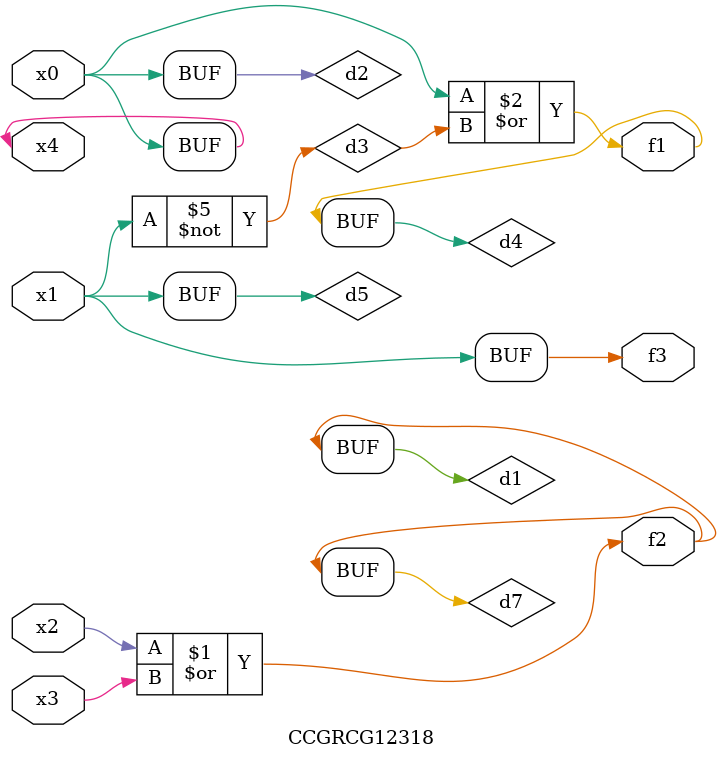
<source format=v>
module CCGRCG12318(
	input x0, x1, x2, x3, x4,
	output f1, f2, f3
);

	wire d1, d2, d3, d4, d5, d6, d7;

	or (d1, x2, x3);
	buf (d2, x0, x4);
	not (d3, x1);
	or (d4, d2, d3);
	not (d5, d3);
	nand (d6, d1, d3);
	or (d7, d1);
	assign f1 = d4;
	assign f2 = d7;
	assign f3 = d5;
endmodule

</source>
